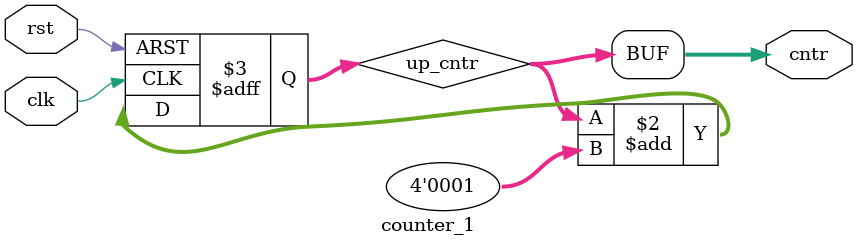
<source format=v>
`timescale 1ns / 1ps

module counter_1(input clk,rst, output[3:0] cntr);
reg [3:0] up_cntr, dw_cntr;
always @(posedge clk or posedge rst)
begin
if(rst)
    up_cntr <= 4'b0;
else 
up_cntr <= up_cntr + 4'b1; 
end
assign cntr = up_cntr;

endmodule

</source>
